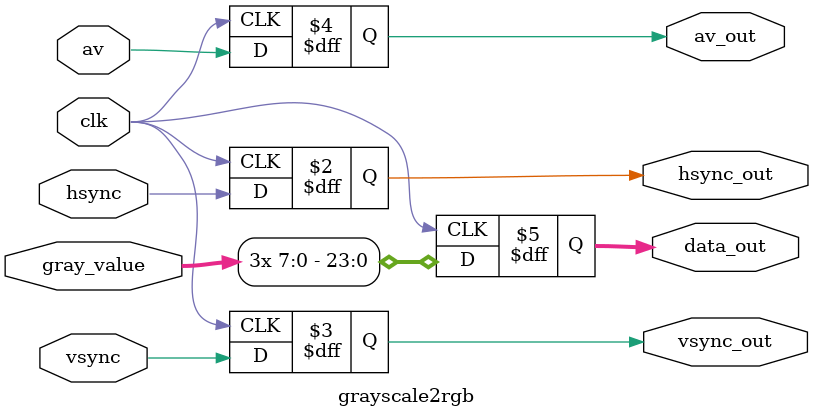
<source format=v>
`timescale 1ns / 1ps


module grayscale2rgb(
    // input
    input clk,
    input vsync,
    input hsync,
    input av,
    input[7:0] gray_value,

    // output
    output reg hsync_out,
    output reg vsync_out,
    output reg av_out,
    output reg[23:0] data_out
    );
    
    always @( posedge clk ) begin
        data_out[7:0] = gray_value;
        data_out[15:8] = gray_value;
        data_out[23:16] = gray_value;

        hsync_out = hsync;
        vsync_out = vsync;
        av_out = av;
    end
    
endmodule

</source>
